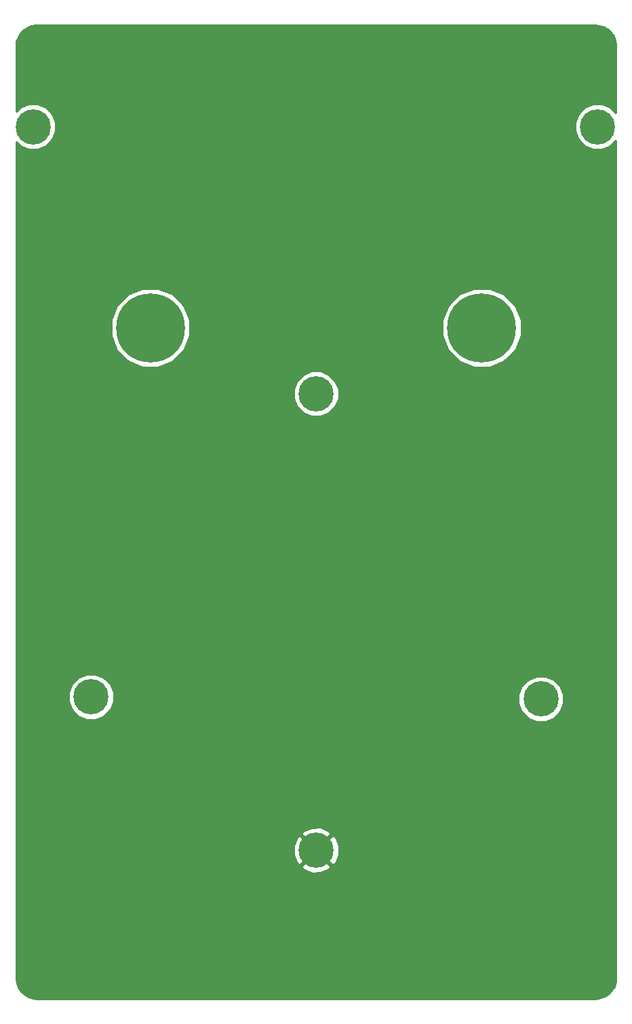
<source format=gbr>
G04 #@! TF.GenerationSoftware,KiCad,Pcbnew,(5.0.0)*
G04 #@! TF.CreationDate,2019-08-26T00:43:06-04:00*
G04 #@! TF.ProjectId,discipad-bottom-pcb,64697363697061642D626F74746F6D2D,rev?*
G04 #@! TF.SameCoordinates,Original*
G04 #@! TF.FileFunction,Copper,L1,Top,Signal*
G04 #@! TF.FilePolarity,Positive*
%FSLAX46Y46*%
G04 Gerber Fmt 4.6, Leading zero omitted, Abs format (unit mm)*
G04 Created by KiCad (PCBNEW (5.0.0)) date 08/26/19 00:43:06*
%MOMM*%
%LPD*%
G01*
G04 APERTURE LIST*
G04 #@! TA.AperFunction,ComponentPad*
%ADD10C,8.600000*%
G04 #@! TD*
G04 #@! TA.AperFunction,ComponentPad*
%ADD11C,4.400000*%
G04 #@! TD*
G04 #@! TA.AperFunction,Conductor*
%ADD12C,0.254000*%
G04 #@! TD*
G04 APERTURE END LIST*
D10*
G04 #@! TO.P,REF\002A\002A,1*
G04 #@! TO.N,N/C*
X123158765Y-53561440D03*
G04 #@! TD*
D11*
G04 #@! TO.P,H1,1*
G04 #@! TO.N,GND*
X143833559Y-118686673D03*
G04 #@! TD*
G04 #@! TO.P,REF\002A\002A,1*
G04 #@! TO.N,N/C*
X115752543Y-99566685D03*
G04 #@! TD*
G04 #@! TO.P,REF\002A\002A,1*
G04 #@! TO.N,N/C*
X171914575Y-99841686D03*
G04 #@! TD*
G04 #@! TO.P,REF\002A\002A,1*
G04 #@! TO.N,N/C*
X143833559Y-61784261D03*
G04 #@! TD*
G04 #@! TO.P,REF\002A\002A,1*
G04 #@! TO.N,N/C*
X179001130Y-28475773D03*
G04 #@! TD*
G04 #@! TO.P,REF\002A\002A,1*
G04 #@! TO.N,N/C*
X108503031Y-28475773D03*
G04 #@! TD*
D10*
G04 #@! TO.P,REF\002A\002A,1*
G04 #@! TO.N,N/C*
X164508353Y-53561440D03*
G04 #@! TD*
D12*
G04 #@! TO.N,GND*
G36*
X179246370Y-15876402D02*
X179777191Y-16055042D01*
X180257268Y-16343501D01*
X180664202Y-16728320D01*
X180979008Y-17191544D01*
X181187003Y-17711566D01*
X181283169Y-18292458D01*
X181286697Y-18418769D01*
X181286697Y-26752044D01*
X180607029Y-26072376D01*
X179565047Y-25640773D01*
X178437213Y-25640773D01*
X177395231Y-26072376D01*
X176597733Y-26869874D01*
X176166130Y-27911856D01*
X176166130Y-29039690D01*
X176597733Y-30081672D01*
X177395231Y-30879170D01*
X178437213Y-31310773D01*
X179565047Y-31310773D01*
X180607029Y-30879170D01*
X181286697Y-30199502D01*
X181286698Y-134556155D01*
X181222032Y-135151410D01*
X181043391Y-135682232D01*
X180754933Y-136162308D01*
X180370114Y-136569242D01*
X179906892Y-136884048D01*
X179386868Y-137092043D01*
X178805976Y-137188209D01*
X178679665Y-137191737D01*
X109015994Y-137191737D01*
X108420748Y-137127072D01*
X107889926Y-136948431D01*
X107409850Y-136659973D01*
X107002916Y-136275154D01*
X106688110Y-135811932D01*
X106480115Y-135291908D01*
X106383949Y-134711016D01*
X106380421Y-134584705D01*
X106380421Y-120706055D01*
X141993782Y-120706055D01*
X142238927Y-121097561D01*
X143282919Y-121524282D01*
X144410740Y-121519003D01*
X145428191Y-121097561D01*
X145673336Y-120706055D01*
X143833559Y-118866278D01*
X141993782Y-120706055D01*
X106380421Y-120706055D01*
X106380421Y-118136033D01*
X140995950Y-118136033D01*
X141001229Y-119263854D01*
X141422671Y-120281305D01*
X141814177Y-120526450D01*
X143653954Y-118686673D01*
X144013164Y-118686673D01*
X145852941Y-120526450D01*
X146244447Y-120281305D01*
X146671168Y-119237313D01*
X146665889Y-118109492D01*
X146244447Y-117092041D01*
X145852941Y-116846896D01*
X144013164Y-118686673D01*
X143653954Y-118686673D01*
X141814177Y-116846896D01*
X141422671Y-117092041D01*
X140995950Y-118136033D01*
X106380421Y-118136033D01*
X106380421Y-116667291D01*
X141993782Y-116667291D01*
X143833559Y-118507068D01*
X145673336Y-116667291D01*
X145428191Y-116275785D01*
X144384199Y-115849064D01*
X143256378Y-115854343D01*
X142238927Y-116275785D01*
X141993782Y-116667291D01*
X106380421Y-116667291D01*
X106380421Y-99002768D01*
X112917543Y-99002768D01*
X112917543Y-100130602D01*
X113349146Y-101172584D01*
X114146644Y-101970082D01*
X115188626Y-102401685D01*
X116316460Y-102401685D01*
X117358442Y-101970082D01*
X118155940Y-101172584D01*
X118587543Y-100130602D01*
X118587543Y-99277769D01*
X169079575Y-99277769D01*
X169079575Y-100405603D01*
X169511178Y-101447585D01*
X170308676Y-102245083D01*
X171350658Y-102676686D01*
X172478492Y-102676686D01*
X173520474Y-102245083D01*
X174317972Y-101447585D01*
X174749575Y-100405603D01*
X174749575Y-99277769D01*
X174317972Y-98235787D01*
X173520474Y-97438289D01*
X172478492Y-97006686D01*
X171350658Y-97006686D01*
X170308676Y-97438289D01*
X169511178Y-98235787D01*
X169079575Y-99277769D01*
X118587543Y-99277769D01*
X118587543Y-99002768D01*
X118155940Y-97960786D01*
X117358442Y-97163288D01*
X116316460Y-96731685D01*
X115188626Y-96731685D01*
X114146644Y-97163288D01*
X113349146Y-97960786D01*
X112917543Y-99002768D01*
X106380421Y-99002768D01*
X106380421Y-61220344D01*
X140998559Y-61220344D01*
X140998559Y-62348178D01*
X141430162Y-63390160D01*
X142227660Y-64187658D01*
X143269642Y-64619261D01*
X144397476Y-64619261D01*
X145439458Y-64187658D01*
X146236956Y-63390160D01*
X146668559Y-62348178D01*
X146668559Y-61220344D01*
X146236956Y-60178362D01*
X145439458Y-59380864D01*
X144397476Y-58949261D01*
X143269642Y-58949261D01*
X142227660Y-59380864D01*
X141430162Y-60178362D01*
X140998559Y-61220344D01*
X106380421Y-61220344D01*
X106380421Y-52579808D01*
X118223765Y-52579808D01*
X118223765Y-54543072D01*
X118975074Y-56356893D01*
X120363312Y-57745131D01*
X122177133Y-58496440D01*
X124140397Y-58496440D01*
X125954218Y-57745131D01*
X127342456Y-56356893D01*
X128093765Y-54543072D01*
X128093765Y-52579808D01*
X159573353Y-52579808D01*
X159573353Y-54543072D01*
X160324662Y-56356893D01*
X161712900Y-57745131D01*
X163526721Y-58496440D01*
X165489985Y-58496440D01*
X167303806Y-57745131D01*
X168692044Y-56356893D01*
X169443353Y-54543072D01*
X169443353Y-52579808D01*
X168692044Y-50765987D01*
X167303806Y-49377749D01*
X165489985Y-48626440D01*
X163526721Y-48626440D01*
X161712900Y-49377749D01*
X160324662Y-50765987D01*
X159573353Y-52579808D01*
X128093765Y-52579808D01*
X127342456Y-50765987D01*
X125954218Y-49377749D01*
X124140397Y-48626440D01*
X122177133Y-48626440D01*
X120363312Y-49377749D01*
X118975074Y-50765987D01*
X118223765Y-52579808D01*
X106380421Y-52579808D01*
X106380421Y-30362459D01*
X106897132Y-30879170D01*
X107939114Y-31310773D01*
X109066948Y-31310773D01*
X110108930Y-30879170D01*
X110906428Y-30081672D01*
X111338031Y-29039690D01*
X111338031Y-27911856D01*
X110906428Y-26869874D01*
X110108930Y-26072376D01*
X109066948Y-25640773D01*
X107939114Y-25640773D01*
X106897132Y-26072376D01*
X106380421Y-26589087D01*
X106380421Y-18447310D01*
X106445086Y-17852064D01*
X106623726Y-17321243D01*
X106912185Y-16841166D01*
X107297004Y-16434232D01*
X107760228Y-16119426D01*
X108280250Y-15911431D01*
X108861142Y-15815265D01*
X108987453Y-15811737D01*
X178651124Y-15811737D01*
X179246370Y-15876402D01*
X179246370Y-15876402D01*
G37*
X179246370Y-15876402D02*
X179777191Y-16055042D01*
X180257268Y-16343501D01*
X180664202Y-16728320D01*
X180979008Y-17191544D01*
X181187003Y-17711566D01*
X181283169Y-18292458D01*
X181286697Y-18418769D01*
X181286697Y-26752044D01*
X180607029Y-26072376D01*
X179565047Y-25640773D01*
X178437213Y-25640773D01*
X177395231Y-26072376D01*
X176597733Y-26869874D01*
X176166130Y-27911856D01*
X176166130Y-29039690D01*
X176597733Y-30081672D01*
X177395231Y-30879170D01*
X178437213Y-31310773D01*
X179565047Y-31310773D01*
X180607029Y-30879170D01*
X181286697Y-30199502D01*
X181286698Y-134556155D01*
X181222032Y-135151410D01*
X181043391Y-135682232D01*
X180754933Y-136162308D01*
X180370114Y-136569242D01*
X179906892Y-136884048D01*
X179386868Y-137092043D01*
X178805976Y-137188209D01*
X178679665Y-137191737D01*
X109015994Y-137191737D01*
X108420748Y-137127072D01*
X107889926Y-136948431D01*
X107409850Y-136659973D01*
X107002916Y-136275154D01*
X106688110Y-135811932D01*
X106480115Y-135291908D01*
X106383949Y-134711016D01*
X106380421Y-134584705D01*
X106380421Y-120706055D01*
X141993782Y-120706055D01*
X142238927Y-121097561D01*
X143282919Y-121524282D01*
X144410740Y-121519003D01*
X145428191Y-121097561D01*
X145673336Y-120706055D01*
X143833559Y-118866278D01*
X141993782Y-120706055D01*
X106380421Y-120706055D01*
X106380421Y-118136033D01*
X140995950Y-118136033D01*
X141001229Y-119263854D01*
X141422671Y-120281305D01*
X141814177Y-120526450D01*
X143653954Y-118686673D01*
X144013164Y-118686673D01*
X145852941Y-120526450D01*
X146244447Y-120281305D01*
X146671168Y-119237313D01*
X146665889Y-118109492D01*
X146244447Y-117092041D01*
X145852941Y-116846896D01*
X144013164Y-118686673D01*
X143653954Y-118686673D01*
X141814177Y-116846896D01*
X141422671Y-117092041D01*
X140995950Y-118136033D01*
X106380421Y-118136033D01*
X106380421Y-116667291D01*
X141993782Y-116667291D01*
X143833559Y-118507068D01*
X145673336Y-116667291D01*
X145428191Y-116275785D01*
X144384199Y-115849064D01*
X143256378Y-115854343D01*
X142238927Y-116275785D01*
X141993782Y-116667291D01*
X106380421Y-116667291D01*
X106380421Y-99002768D01*
X112917543Y-99002768D01*
X112917543Y-100130602D01*
X113349146Y-101172584D01*
X114146644Y-101970082D01*
X115188626Y-102401685D01*
X116316460Y-102401685D01*
X117358442Y-101970082D01*
X118155940Y-101172584D01*
X118587543Y-100130602D01*
X118587543Y-99277769D01*
X169079575Y-99277769D01*
X169079575Y-100405603D01*
X169511178Y-101447585D01*
X170308676Y-102245083D01*
X171350658Y-102676686D01*
X172478492Y-102676686D01*
X173520474Y-102245083D01*
X174317972Y-101447585D01*
X174749575Y-100405603D01*
X174749575Y-99277769D01*
X174317972Y-98235787D01*
X173520474Y-97438289D01*
X172478492Y-97006686D01*
X171350658Y-97006686D01*
X170308676Y-97438289D01*
X169511178Y-98235787D01*
X169079575Y-99277769D01*
X118587543Y-99277769D01*
X118587543Y-99002768D01*
X118155940Y-97960786D01*
X117358442Y-97163288D01*
X116316460Y-96731685D01*
X115188626Y-96731685D01*
X114146644Y-97163288D01*
X113349146Y-97960786D01*
X112917543Y-99002768D01*
X106380421Y-99002768D01*
X106380421Y-61220344D01*
X140998559Y-61220344D01*
X140998559Y-62348178D01*
X141430162Y-63390160D01*
X142227660Y-64187658D01*
X143269642Y-64619261D01*
X144397476Y-64619261D01*
X145439458Y-64187658D01*
X146236956Y-63390160D01*
X146668559Y-62348178D01*
X146668559Y-61220344D01*
X146236956Y-60178362D01*
X145439458Y-59380864D01*
X144397476Y-58949261D01*
X143269642Y-58949261D01*
X142227660Y-59380864D01*
X141430162Y-60178362D01*
X140998559Y-61220344D01*
X106380421Y-61220344D01*
X106380421Y-52579808D01*
X118223765Y-52579808D01*
X118223765Y-54543072D01*
X118975074Y-56356893D01*
X120363312Y-57745131D01*
X122177133Y-58496440D01*
X124140397Y-58496440D01*
X125954218Y-57745131D01*
X127342456Y-56356893D01*
X128093765Y-54543072D01*
X128093765Y-52579808D01*
X159573353Y-52579808D01*
X159573353Y-54543072D01*
X160324662Y-56356893D01*
X161712900Y-57745131D01*
X163526721Y-58496440D01*
X165489985Y-58496440D01*
X167303806Y-57745131D01*
X168692044Y-56356893D01*
X169443353Y-54543072D01*
X169443353Y-52579808D01*
X168692044Y-50765987D01*
X167303806Y-49377749D01*
X165489985Y-48626440D01*
X163526721Y-48626440D01*
X161712900Y-49377749D01*
X160324662Y-50765987D01*
X159573353Y-52579808D01*
X128093765Y-52579808D01*
X127342456Y-50765987D01*
X125954218Y-49377749D01*
X124140397Y-48626440D01*
X122177133Y-48626440D01*
X120363312Y-49377749D01*
X118975074Y-50765987D01*
X118223765Y-52579808D01*
X106380421Y-52579808D01*
X106380421Y-30362459D01*
X106897132Y-30879170D01*
X107939114Y-31310773D01*
X109066948Y-31310773D01*
X110108930Y-30879170D01*
X110906428Y-30081672D01*
X111338031Y-29039690D01*
X111338031Y-27911856D01*
X110906428Y-26869874D01*
X110108930Y-26072376D01*
X109066948Y-25640773D01*
X107939114Y-25640773D01*
X106897132Y-26072376D01*
X106380421Y-26589087D01*
X106380421Y-18447310D01*
X106445086Y-17852064D01*
X106623726Y-17321243D01*
X106912185Y-16841166D01*
X107297004Y-16434232D01*
X107760228Y-16119426D01*
X108280250Y-15911431D01*
X108861142Y-15815265D01*
X108987453Y-15811737D01*
X178651124Y-15811737D01*
X179246370Y-15876402D01*
G04 #@! TD*
M02*

</source>
